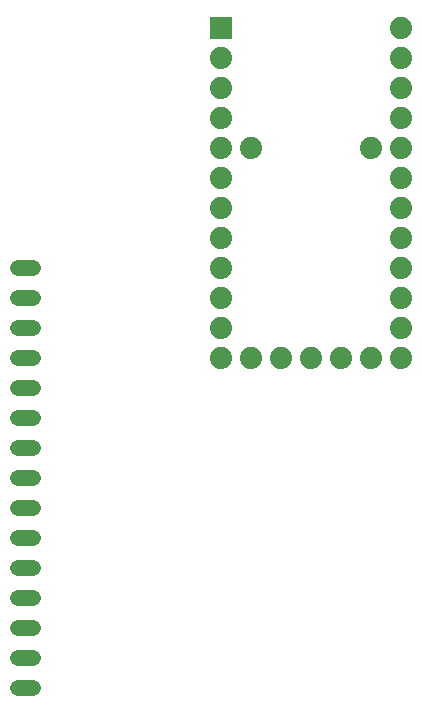
<source format=gtl>
G75*
G70*
%OFA0B0*%
%FSLAX24Y24*%
%IPPOS*%
%LPD*%
%AMOC8*
5,1,8,0,0,1.08239X$1,22.5*
%
%ADD10R,0.0740X0.0740*%
%ADD11C,0.0740*%
%ADD12C,0.0520*%
D10*
X009680Y023180D03*
D11*
X009680Y022180D03*
X009680Y021180D03*
X009680Y020180D03*
X009680Y019180D03*
X009680Y018180D03*
X009680Y017180D03*
X009680Y016180D03*
X009680Y015180D03*
X009680Y014180D03*
X009680Y013180D03*
X009680Y012180D03*
X010680Y012180D03*
X011680Y012180D03*
X012680Y012180D03*
X013680Y012180D03*
X014680Y012180D03*
X015680Y012180D03*
X015680Y013180D03*
X015680Y014180D03*
X015680Y015180D03*
X015680Y016180D03*
X015680Y017180D03*
X015680Y018180D03*
X015680Y019180D03*
X015680Y020180D03*
X015680Y021180D03*
X015680Y022180D03*
X015680Y023180D03*
X014680Y019180D03*
X010680Y019180D03*
D12*
X003440Y001180D02*
X002920Y001180D01*
X002920Y002180D02*
X003440Y002180D01*
X003440Y003180D02*
X002920Y003180D01*
X002920Y004180D02*
X003440Y004180D01*
X003440Y005180D02*
X002920Y005180D01*
X002920Y006180D02*
X003440Y006180D01*
X003440Y007180D02*
X002920Y007180D01*
X002920Y008180D02*
X003440Y008180D01*
X003440Y009180D02*
X002920Y009180D01*
X002920Y010180D02*
X003440Y010180D01*
X003440Y011180D02*
X002920Y011180D01*
X002920Y012180D02*
X003440Y012180D01*
X003440Y013180D02*
X002920Y013180D01*
X002920Y014180D02*
X003440Y014180D01*
X003440Y015180D02*
X002920Y015180D01*
M02*

</source>
